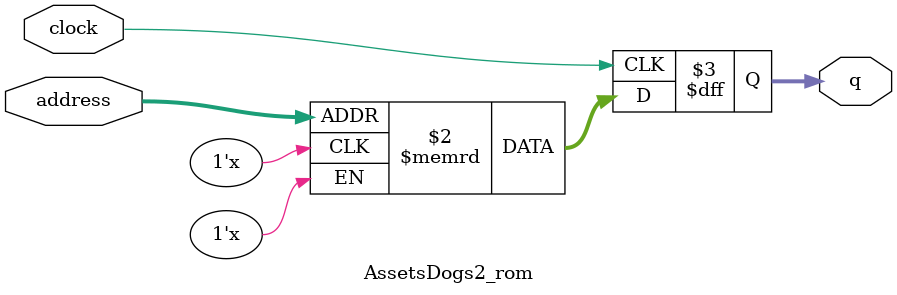
<source format=sv>
module AssetsDogs2_rom (
	input logic clock,
	input logic [13:0] address,
	output logic [3:0] q
);

logic [3:0] memory [0:9459] /* synthesis ram_init_file = "./AssetsDogs2/AssetsDogs2.mif" */;

always_ff @ (posedge clock) begin
	q <= memory[address];
end

endmodule

</source>
